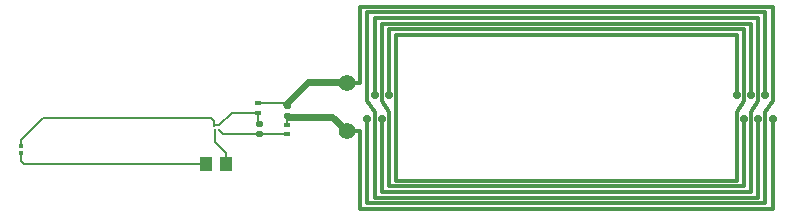
<source format=gbr>
G04 EAGLE Gerber X2 export*
%TF.Part,Single*%
%TF.FileFunction,Copper,L1,Top,Mixed*%
%TF.FilePolarity,Positive*%
%TF.GenerationSoftware,Autodesk,EAGLE,8.6.3*%
%TF.CreationDate,2019-05-07T10:44:22Z*%
G75*
%MOMM*%
%FSLAX34Y34*%
%LPD*%
%AMOC8*
5,1,8,0,0,1.08239X$1,22.5*%
G01*
%ADD10C,0.286200*%
%ADD11R,1.100000X1.250000*%
%ADD12C,0.250000*%
%ADD13R,0.600000X0.400000*%
%ADD14R,0.300000X0.400000*%
%ADD15C,0.152400*%
%ADD16C,0.304800*%
%ADD17C,1.422400*%
%ADD18C,0.711200*%
%ADD19C,0.609600*%


D10*
X238031Y77969D02*
X241169Y77969D01*
X241169Y75431D01*
X238031Y75431D01*
X238031Y77969D01*
X238031Y86569D02*
X241169Y86569D01*
X241169Y84031D01*
X238031Y84031D01*
X238031Y86569D01*
X262031Y93469D02*
X265169Y93469D01*
X265169Y90931D01*
X262031Y90931D01*
X262031Y93469D01*
X262031Y102069D02*
X265169Y102069D01*
X265169Y99531D01*
X262031Y99531D01*
X262031Y102069D01*
D11*
X211700Y50800D03*
X194700Y50800D03*
D12*
X206200Y83900D03*
X202200Y83900D03*
X202200Y79900D03*
X206200Y79900D03*
D13*
X263800Y84000D03*
X263800Y76000D03*
X239200Y94300D03*
X239200Y102300D03*
D14*
X38100Y60500D03*
X38100Y66500D03*
D15*
X263600Y84200D02*
X263800Y84000D01*
X263600Y84200D02*
X263600Y92200D01*
X262100Y102300D02*
X239200Y102300D01*
X262100Y102300D02*
X263600Y100800D01*
X239600Y76700D02*
X239000Y76700D01*
X209400Y76700D01*
X206200Y79900D01*
X239700Y76000D02*
X263800Y76000D01*
X239700Y76000D02*
X239000Y76700D01*
X206200Y83900D02*
X202200Y83900D01*
X38100Y71100D02*
X38100Y66500D01*
X201736Y83436D02*
X202200Y83900D01*
X45500Y78500D02*
X38100Y71100D01*
X45500Y78500D02*
X50436Y83436D01*
X206200Y83900D02*
X216600Y94300D01*
X239000Y94300D01*
X239200Y94300D01*
X239000Y85900D02*
X239600Y85300D01*
X239000Y85900D02*
X239000Y94300D01*
X201736Y87264D02*
X201736Y83436D01*
X201736Y87264D02*
X199000Y90000D01*
X57000Y90000D02*
X50436Y83436D01*
X57000Y90000D02*
X199000Y90000D01*
X202200Y79900D02*
X202200Y69800D01*
X211700Y60300D02*
X211700Y50800D01*
X211700Y60300D02*
X202200Y69800D01*
X38100Y60500D02*
X38100Y53900D01*
X41200Y50800D02*
X194700Y50800D01*
X41200Y50800D02*
X38100Y53900D01*
D16*
X325490Y184310D02*
X674740Y184310D01*
X674740Y104300D01*
X674740Y12860D02*
X325490Y12860D01*
X331586Y179484D02*
X668644Y179484D01*
X662548Y174658D02*
X337682Y174658D01*
X662548Y174658D02*
X662548Y104300D01*
X668644Y17686D02*
X331586Y17686D01*
X337682Y22512D02*
X662548Y22512D01*
X337682Y22512D02*
X337682Y95410D01*
X343778Y104300D02*
X343778Y169832D01*
X656452Y169832D01*
X650356Y165006D02*
X349874Y165006D01*
X650356Y165006D02*
X650356Y104300D01*
X644260Y160180D02*
X355970Y160180D01*
X343778Y27338D02*
X656452Y27338D01*
X650356Y32164D02*
X349874Y32164D01*
X355970Y36990D02*
X644260Y36990D01*
X337682Y109380D02*
X337682Y174658D01*
X349874Y165006D02*
X349874Y109380D01*
X331586Y89060D02*
X331586Y17686D01*
X343778Y27338D02*
X343778Y89060D01*
X325490Y78900D02*
X314060Y78900D01*
X325490Y78900D02*
X325490Y12860D01*
X325490Y119540D02*
X314060Y119540D01*
X325490Y119540D02*
X325490Y184310D01*
X668644Y179484D02*
X668644Y109380D01*
X656452Y109380D02*
X656452Y169832D01*
X662548Y89060D02*
X662548Y22512D01*
X674740Y12860D02*
X674740Y89060D01*
X650356Y89060D02*
X650356Y32164D01*
X644260Y109380D02*
X644260Y160180D01*
X331586Y179484D02*
X331586Y104300D01*
X337682Y95410D01*
X349874Y95410D02*
X349874Y32164D01*
X349874Y95410D02*
X343778Y104300D01*
X355970Y160180D02*
X355970Y36990D01*
X644260Y36990D02*
X644260Y95410D01*
X650356Y104300D01*
X656452Y95410D02*
X656452Y27338D01*
X656452Y95410D02*
X662548Y104300D01*
X668644Y95410D02*
X668644Y17686D01*
X668644Y95410D02*
X674740Y104300D01*
D17*
X314060Y119540D03*
X314060Y78900D03*
D18*
X331586Y89060D03*
X337682Y109380D03*
X349874Y109380D03*
X343778Y89060D03*
X644260Y109380D03*
X656452Y109380D03*
X668644Y109380D03*
X674740Y89060D03*
X662548Y89060D03*
X650356Y89060D03*
D19*
X314000Y120000D02*
X281000Y120000D01*
X263000Y102000D01*
X264000Y91000D02*
X302000Y91000D01*
X314000Y79000D01*
M02*

</source>
